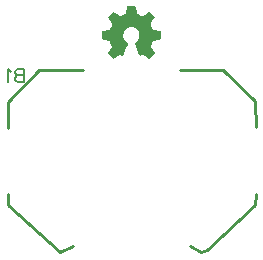
<source format=gbo>
G04 Layer: BottomSilkscreenLayer*
G04 EasyEDA v6.5.22, 2023-02-12 10:45:47*
G04 3d9444fe1cb54b23bce2806f6c367247,ed70181f279245e6aff80281ee7dc86a,10*
G04 Gerber Generator version 0.2*
G04 Scale: 100 percent, Rotated: No, Reflected: No *
G04 Dimensions in millimeters *
G04 leading zeros omitted , absolute positions ,4 integer and 5 decimal *
%FSLAX45Y45*%
%MOMM*%

%ADD10C,0.1524*%
%ADD11C,0.2540*%

%LPD*%
G36*
X5000396Y6316827D02*
G01*
X4982768Y6316675D01*
X4972507Y6315964D01*
X4967478Y6314490D01*
X4965649Y6311900D01*
X4963312Y6300978D01*
X4956149Y6262573D01*
X4953914Y6252006D01*
X4951831Y6249924D01*
X4947005Y6246876D01*
X4940249Y6243218D01*
X4932375Y6239357D01*
X4924247Y6235700D01*
X4916678Y6232601D01*
X4910429Y6230518D01*
X4906467Y6229705D01*
X4903216Y6231229D01*
X4896459Y6235242D01*
X4876139Y6248603D01*
X4848555Y6267450D01*
X4800142Y6219037D01*
X4828082Y6178600D01*
X4831232Y6173571D01*
X4833569Y6169152D01*
X4835042Y6165189D01*
X4835702Y6161379D01*
X4835601Y6157518D01*
X4834737Y6153302D01*
X4833112Y6148578D01*
X4827625Y6136538D01*
X4816449Y6113373D01*
X4751832Y6101943D01*
X4750765Y6060236D01*
X4750714Y6047028D01*
X4751222Y6042304D01*
X4752238Y6038646D01*
X4754016Y6035751D01*
X4756607Y6033566D01*
X4760214Y6031839D01*
X4764989Y6030417D01*
X4778705Y6027775D01*
X4815636Y6021222D01*
X4823155Y6003950D01*
X4828895Y5990082D01*
X4837125Y5969203D01*
X4799787Y5914948D01*
X4848098Y5866638D01*
X4882997Y5890564D01*
X4891684Y5896000D01*
X4898186Y5899708D01*
X4901539Y5901080D01*
X4903774Y5900623D01*
X4907280Y5899454D01*
X4920488Y5893511D01*
X4924298Y5892292D01*
X4927142Y5891885D01*
X4928666Y5892444D01*
X4934204Y5904941D01*
X4957724Y5961634D01*
X4968036Y5987288D01*
X4972304Y5998768D01*
X4971237Y6000546D01*
X4968189Y6003798D01*
X4953660Y6017056D01*
X4949596Y6021120D01*
X4945989Y6025134D01*
X4942840Y6029198D01*
X4940147Y6033262D01*
X4937861Y6037478D01*
X4935982Y6041796D01*
X4934508Y6046317D01*
X4933391Y6051042D01*
X4932578Y6055969D01*
X4932121Y6061252D01*
X4931968Y6066840D01*
X4932273Y6073444D01*
X4933137Y6079896D01*
X4934508Y6086144D01*
X4936439Y6092088D01*
X4938826Y6097778D01*
X4941722Y6103213D01*
X4945075Y6108293D01*
X4948885Y6113018D01*
X4953101Y6117437D01*
X4957724Y6121400D01*
X4962702Y6125006D01*
X4968087Y6128156D01*
X4973777Y6130848D01*
X4979771Y6133084D01*
X4986121Y6134760D01*
X4992725Y6135979D01*
X4999228Y6136487D01*
X5005781Y6136233D01*
X5012385Y6135217D01*
X5018887Y6133592D01*
X5025288Y6131255D01*
X5031536Y6128359D01*
X5037480Y6124854D01*
X5043068Y6120790D01*
X5048300Y6116269D01*
X5053076Y6111240D01*
X5057343Y6105753D01*
X5061000Y6099860D01*
X5065115Y6091682D01*
X5067604Y6084417D01*
X5068773Y6076645D01*
X5068976Y6066840D01*
X5068773Y6061202D01*
X5068316Y6055969D01*
X5067503Y6050991D01*
X5066334Y6046317D01*
X5064810Y6041796D01*
X5062880Y6037478D01*
X5060594Y6033262D01*
X5057851Y6029096D01*
X5054650Y6025032D01*
X5050993Y6020917D01*
X5046878Y6016752D01*
X5027625Y5999784D01*
X5060391Y5919317D01*
X5065928Y5906160D01*
X5069992Y5897727D01*
X5071618Y5894984D01*
X5073040Y5893104D01*
X5074412Y5892038D01*
X5075783Y5891580D01*
X5077155Y5891682D01*
X5080406Y5893104D01*
X5084673Y5895441D01*
X5093512Y5899454D01*
X5097018Y5900623D01*
X5099304Y5901080D01*
X5102656Y5899759D01*
X5109108Y5896051D01*
X5117744Y5890615D01*
X5152339Y5866841D01*
X5201158Y5914796D01*
X5163667Y5969203D01*
X5177637Y6003899D01*
X5185105Y6021019D01*
X5235397Y6030417D01*
X5240375Y6031890D01*
X5244134Y6033617D01*
X5246827Y6035802D01*
X5248605Y6038646D01*
X5249672Y6042304D01*
X5250129Y6046978D01*
X5250230Y6052820D01*
X5249011Y6101943D01*
X5184394Y6113272D01*
X5173167Y6136487D01*
X5167731Y6148578D01*
X5166106Y6153302D01*
X5165191Y6157518D01*
X5165090Y6161379D01*
X5165801Y6165189D01*
X5167274Y6169152D01*
X5169611Y6173571D01*
X5176774Y6184544D01*
X5200650Y6219037D01*
X5152288Y6267399D01*
X5113426Y6241237D01*
X5104079Y6235242D01*
X5097322Y6231229D01*
X5094173Y6229705D01*
X5090109Y6230467D01*
X5083911Y6232601D01*
X5076342Y6235649D01*
X5060543Y6243015D01*
X5053838Y6246672D01*
X5049062Y6249670D01*
X5046980Y6251803D01*
X5044694Y6262471D01*
X5037480Y6300978D01*
X5035143Y6311900D01*
X5033314Y6314490D01*
X5028336Y6315964D01*
X5018024Y6316675D01*
G37*
D10*
X4089400Y5779515D02*
G01*
X4089400Y5670550D01*
X4089400Y5779515D02*
G01*
X4042663Y5779515D01*
X4027170Y5774436D01*
X4021836Y5769102D01*
X4016756Y5758687D01*
X4016756Y5748273D01*
X4021836Y5737860D01*
X4027170Y5732779D01*
X4042663Y5727700D01*
X4089400Y5727700D02*
G01*
X4042663Y5727700D01*
X4027170Y5722365D01*
X4021836Y5717286D01*
X4016756Y5706871D01*
X4016756Y5691123D01*
X4021836Y5680710D01*
X4027170Y5675629D01*
X4042663Y5670550D01*
X4089400Y5670550D01*
X3982465Y5758687D02*
G01*
X3972052Y5764021D01*
X3956304Y5779515D01*
X3956304Y5670550D01*
D11*
X4588931Y5775474D02*
G01*
X4217001Y5770031D01*
X3953931Y5497888D01*
X3953931Y5283804D01*
X6052139Y5291127D02*
G01*
X6050869Y5509567D01*
X5774009Y5773727D01*
X5415267Y5773727D01*
X5497657Y4283806D02*
G01*
X5592579Y4229227D01*
X5638299Y4248277D01*
X6051049Y4630546D01*
X6053589Y4719446D01*
X3954912Y4720686D02*
G01*
X3954912Y4633442D01*
X4395602Y4232122D01*
X4509902Y4279112D01*
M02*

</source>
